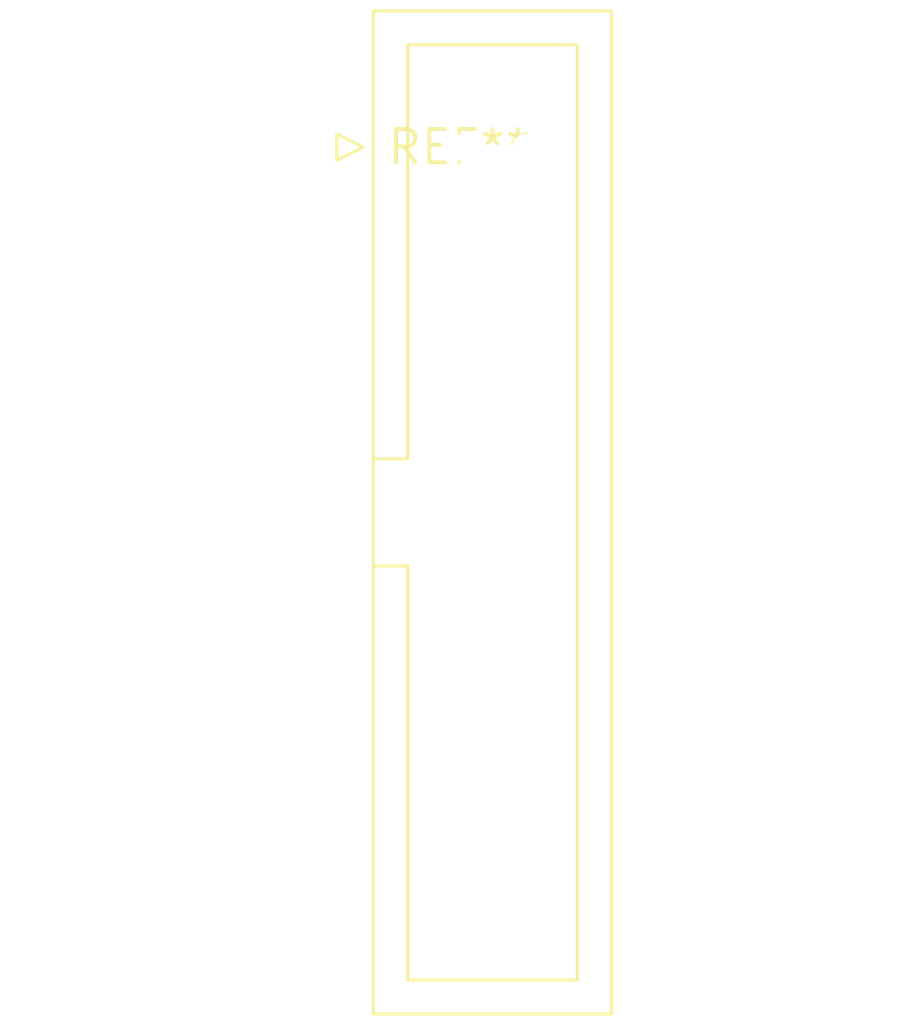
<source format=kicad_pcb>
(kicad_pcb (version 20240108) (generator pcbnew)
  (layers (0 "F.Cu" signal) (31 "B.Cu" signal) (34 "B.Paste" user) (35 "F.Paste" user) (36 "B.SilkS" user "B.Silkscreen") (37 "F.SilkS" user "F.Silkscreen") (38 "B.Mask" user) (39 "F.Mask" user) (44 "Edge.Cuts" user))
  (net 0 "")
  (footprint "IDC-Header_2x12_P2.54mm_Vertical" (layer "F.Cu") (at 0 0)
    (property "Reference" "REF**")
    (property "Value" "IDC-Header_2x12_P2.54mm_Vertical")
    (fp_line (start -4.68 -0.5) (end -4.68 0.5) (layer "F.SilkS") (stroke (width 0.12)))
    (fp_line (start -4.68 0.5) (end -3.68 0) (layer "F.SilkS") (stroke (width 0.12)))
    (fp_line (start -3.68 0) (end -4.68 -0.5) (layer "F.SilkS") (stroke (width 0.12)))
    (fp_line (start -3.29 -5.21) (end 5.83 -5.21) (layer "F.SilkS") (stroke (width 0.12)))
    (fp_line (start -3.29 11.92) (end -1.98 11.92) (layer "F.SilkS") (stroke (width 0.12)))
    (fp_line (start -3.29 33.15) (end -3.29 -5.21) (layer "F.SilkS") (stroke (width 0.12)))
    (fp_line (start -1.98 -3.91) (end 4.52 -3.91) (layer "F.SilkS") (stroke (width 0.12)))
    (fp_line (start -1.98 11.92) (end -1.98 -3.91) (layer "F.SilkS") (stroke (width 0.12)))
    (fp_line (start -1.98 16.02) (end -3.29 16.02) (layer "F.SilkS") (stroke (width 0.12)))
    (fp_line (start -1.98 16.02) (end -1.98 16.02) (layer "F.SilkS") (stroke (width 0.12)))
    (fp_line (start -1.98 31.85) (end -1.98 16.02) (layer "F.SilkS") (stroke (width 0.12)))
    (fp_line (start 4.52 -3.91) (end 4.52 31.85) (layer "F.SilkS") (stroke (width 0.12)))
    (fp_line (start 4.52 31.85) (end -1.98 31.85) (layer "F.SilkS") (stroke (width 0.12)))
    (fp_line (start 5.83 -5.21) (end 5.83 33.15) (layer "F.SilkS") (stroke (width 0.12)))
    (fp_line (start 5.83 33.15) (end -3.29 33.15) (layer "F.SilkS") (stroke (width 0.12)))
    (pad "1" thru_hole roundrect (at 0 0) (size 1.7 1.7) (drill 1) (layers *.Cu *.Mask) (remove_unused_layers) (roundrect_rratio 0.147059))
    (pad "2" thru_hole circle (at 2.54 0) (size 1.7 1.7) (drill 1) (layers *.Cu *.Mask) (remove_unused_layers))
    (pad "3" thru_hole circle (at 0 2.54) (size 1.7 1.7) (drill 1) (layers *.Cu *.Mask) (remove_unused_layers))
    (pad "4" thru_hole circle (at 2.54 2.54) (size 1.7 1.7) (drill 1) (layers *.Cu *.Mask) (remove_unused_layers))
    (pad "5" thru_hole circle (at 0 5.08) (size 1.7 1.7) (drill 1) (layers *.Cu *.Mask) (remove_unused_layers))
    (pad "6" thru_hole circle (at 2.54 5.08) (size 1.7 1.7) (drill 1) (layers *.Cu *.Mask) (remove_unused_layers))
    (pad "7" thru_hole circle (at 0 7.62) (size 1.7 1.7) (drill 1) (layers *.Cu *.Mask) (remove_unused_layers))
    (pad "8" thru_hole circle (at 2.54 7.62) (size 1.7 1.7) (drill 1) (layers *.Cu *.Mask) (remove_unused_layers))
    (pad "9" thru_hole circle (at 0 10.16) (size 1.7 1.7) (drill 1) (layers *.Cu *.Mask) (remove_unused_layers))
    (pad "10" thru_hole circle (at 2.54 10.16) (size 1.7 1.7) (drill 1) (layers *.Cu *.Mask) (remove_unused_layers))
    (pad "11" thru_hole circle (at 0 12.7) (size 1.7 1.7) (drill 1) (layers *.Cu *.Mask) (remove_unused_layers))
    (pad "12" thru_hole circle (at 2.54 12.7) (size 1.7 1.7) (drill 1) (layers *.Cu *.Mask) (remove_unused_layers))
    (pad "13" thru_hole circle (at 0 15.24) (size 1.7 1.7) (drill 1) (layers *.Cu *.Mask) (remove_unused_layers))
    (pad "14" thru_hole circle (at 2.54 15.24) (size 1.7 1.7) (drill 1) (layers *.Cu *.Mask) (remove_unused_layers))
    (pad "15" thru_hole circle (at 0 17.78) (size 1.7 1.7) (drill 1) (layers *.Cu *.Mask) (remove_unused_layers))
    (pad "16" thru_hole circle (at 2.54 17.78) (size 1.7 1.7) (drill 1) (layers *.Cu *.Mask) (remove_unused_layers))
    (pad "17" thru_hole circle (at 0 20.32) (size 1.7 1.7) (drill 1) (layers *.Cu *.Mask) (remove_unused_layers))
    (pad "18" thru_hole circle (at 2.54 20.32) (size 1.7 1.7) (drill 1) (layers *.Cu *.Mask) (remove_unused_layers))
    (pad "19" thru_hole circle (at 0 22.86) (size 1.7 1.7) (drill 1) (layers *.Cu *.Mask) (remove_unused_layers))
    (pad "20" thru_hole circle (at 2.54 22.86) (size 1.7 1.7) (drill 1) (layers *.Cu *.Mask) (remove_unused_layers))
    (pad "21" thru_hole circle (at 0 25.4) (size 1.7 1.7) (drill 1) (layers *.Cu *.Mask) (remove_unused_layers))
    (pad "22" thru_hole circle (at 2.54 25.4) (size 1.7 1.7) (drill 1) (layers *.Cu *.Mask) (remove_unused_layers))
    (pad "23" thru_hole circle (at 0 27.94) (size 1.7 1.7) (drill 1) (layers *.Cu *.Mask) (remove_unused_layers))
    (pad "24" thru_hole circle (at 2.54 27.94) (size 1.7 1.7) (drill 1) (layers *.Cu *.Mask) (remove_unused_layers))
  )
)
</source>
